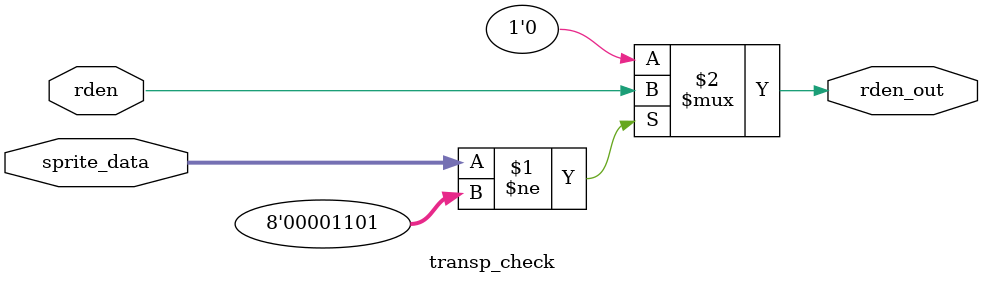
<source format=v>
`include "define.v"
module transp_check(rden, sprite_data, rden_out);
	input rden;
	input [7:0] sprite_data;
	
	output rden_out;
	
	assign rden_out = (sprite_data != 8'h0D) ? rden : 1'b0;
	
endmodule
</source>
